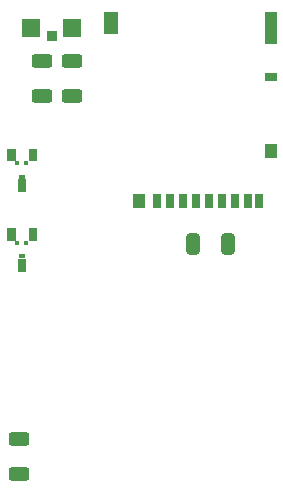
<source format=gtp>
%TF.GenerationSoftware,KiCad,Pcbnew,(6.0.1)*%
%TF.CreationDate,2022-02-03T01:47:34-08:00*%
%TF.ProjectId,sd2ps2,73643270-7332-42e6-9b69-6361645f7063,rev?*%
%TF.SameCoordinates,Original*%
%TF.FileFunction,Paste,Top*%
%TF.FilePolarity,Positive*%
%FSLAX46Y46*%
G04 Gerber Fmt 4.6, Leading zero omitted, Abs format (unit mm)*
G04 Created by KiCad (PCBNEW (6.0.1)) date 2022-02-03 01:47:34*
%MOMM*%
%LPD*%
G01*
G04 APERTURE LIST*
G04 Aperture macros list*
%AMRoundRect*
0 Rectangle with rounded corners*
0 $1 Rounding radius*
0 $2 $3 $4 $5 $6 $7 $8 $9 X,Y pos of 4 corners*
0 Add a 4 corners polygon primitive as box body*
4,1,4,$2,$3,$4,$5,$6,$7,$8,$9,$2,$3,0*
0 Add four circle primitives for the rounded corners*
1,1,$1+$1,$2,$3*
1,1,$1+$1,$4,$5*
1,1,$1+$1,$6,$7*
1,1,$1+$1,$8,$9*
0 Add four rect primitives between the rounded corners*
20,1,$1+$1,$2,$3,$4,$5,0*
20,1,$1+$1,$4,$5,$6,$7,0*
20,1,$1+$1,$6,$7,$8,$9,0*
20,1,$1+$1,$8,$9,$2,$3,0*%
G04 Aperture macros list end*
%ADD10C,0.120000*%
%ADD11RoundRect,0.250000X-0.325000X-0.650000X0.325000X-0.650000X0.325000X0.650000X-0.325000X0.650000X0*%
%ADD12R,0.700000X1.200000*%
%ADD13R,1.000000X1.200000*%
%ADD14R,1.000000X0.800000*%
%ADD15R,1.000000X2.800000*%
%ADD16R,1.300000X1.900000*%
%ADD17R,0.900000X0.900000*%
%ADD18R,1.500000X1.500000*%
%ADD19RoundRect,0.250000X0.625000X-0.312500X0.625000X0.312500X-0.625000X0.312500X-0.625000X-0.312500X0*%
%ADD20R,0.400000X0.450000*%
%ADD21R,0.500000X0.450000*%
G04 APERTURE END LIST*
D10*
%TO.C,Q1*%
X172200000Y-91300000D02*
X172200000Y-90300000D01*
X172200000Y-90300000D02*
X172800000Y-90300000D01*
X172800000Y-90300000D02*
X172800000Y-91300000D01*
X172800000Y-91300000D02*
X172200000Y-91300000D01*
G36*
X172800000Y-91300000D02*
G01*
X172200000Y-91300000D01*
X172200000Y-90300000D01*
X172800000Y-90300000D01*
X172800000Y-91300000D01*
G37*
X172800000Y-91300000D02*
X172200000Y-91300000D01*
X172200000Y-90300000D01*
X172800000Y-90300000D01*
X172800000Y-91300000D01*
X173100000Y-88700000D02*
X173100000Y-87700000D01*
X173100000Y-87700000D02*
X173700000Y-87700000D01*
X173700000Y-87700000D02*
X173700000Y-88700000D01*
X173700000Y-88700000D02*
X173100000Y-88700000D01*
G36*
X173700000Y-88700000D02*
G01*
X173100000Y-88700000D01*
X173100000Y-87700000D01*
X173700000Y-87700000D01*
X173700000Y-88700000D01*
G37*
X173700000Y-88700000D02*
X173100000Y-88700000D01*
X173100000Y-87700000D01*
X173700000Y-87700000D01*
X173700000Y-88700000D01*
X171300000Y-88700000D02*
X171300000Y-87700000D01*
X171300000Y-87700000D02*
X171900000Y-87700000D01*
X171900000Y-87700000D02*
X171900000Y-88700000D01*
X171900000Y-88700000D02*
X171300000Y-88700000D01*
G36*
X171900000Y-88700000D02*
G01*
X171300000Y-88700000D01*
X171300000Y-87700000D01*
X171900000Y-87700000D01*
X171900000Y-88700000D01*
G37*
X171900000Y-88700000D02*
X171300000Y-88700000D01*
X171300000Y-87700000D01*
X171900000Y-87700000D01*
X171900000Y-88700000D01*
%TO.C,Q2*%
X173100000Y-95450000D02*
X173100000Y-94450000D01*
X173100000Y-94450000D02*
X173700000Y-94450000D01*
X173700000Y-94450000D02*
X173700000Y-95450000D01*
X173700000Y-95450000D02*
X173100000Y-95450000D01*
G36*
X173700000Y-95450000D02*
G01*
X173100000Y-95450000D01*
X173100000Y-94450000D01*
X173700000Y-94450000D01*
X173700000Y-95450000D01*
G37*
X173700000Y-95450000D02*
X173100000Y-95450000D01*
X173100000Y-94450000D01*
X173700000Y-94450000D01*
X173700000Y-95450000D01*
X171300000Y-95450000D02*
X171300000Y-94450000D01*
X171300000Y-94450000D02*
X171900000Y-94450000D01*
X171900000Y-94450000D02*
X171900000Y-95450000D01*
X171900000Y-95450000D02*
X171300000Y-95450000D01*
G36*
X171900000Y-95450000D02*
G01*
X171300000Y-95450000D01*
X171300000Y-94450000D01*
X171900000Y-94450000D01*
X171900000Y-95450000D01*
G37*
X171900000Y-95450000D02*
X171300000Y-95450000D01*
X171300000Y-94450000D01*
X171900000Y-94450000D01*
X171900000Y-95450000D01*
X172200000Y-98050000D02*
X172200000Y-97050000D01*
X172200000Y-97050000D02*
X172800000Y-97050000D01*
X172800000Y-97050000D02*
X172800000Y-98050000D01*
X172800000Y-98050000D02*
X172200000Y-98050000D01*
G36*
X172800000Y-98050000D02*
G01*
X172200000Y-98050000D01*
X172200000Y-97050000D01*
X172800000Y-97050000D01*
X172800000Y-98050000D01*
G37*
X172800000Y-98050000D02*
X172200000Y-98050000D01*
X172200000Y-97050000D01*
X172800000Y-97050000D01*
X172800000Y-98050000D01*
%TD*%
D11*
%TO.C,C1*%
X187025000Y-95750000D03*
X189975000Y-95750000D03*
%TD*%
D12*
%TO.C,J2*%
X183975000Y-92162000D03*
X185075000Y-92162000D03*
X186175000Y-92162000D03*
X187275000Y-92162000D03*
X188375000Y-92162000D03*
X189475000Y-92162000D03*
X190575000Y-92162000D03*
X191675000Y-92162000D03*
D13*
X182425000Y-92162000D03*
D12*
X192625000Y-92162000D03*
D13*
X193575000Y-87862000D03*
D14*
X193575000Y-81663000D03*
D15*
X193575000Y-77513000D03*
D16*
X180075000Y-77062000D03*
%TD*%
D17*
%TO.C,LED1*%
X175050000Y-78150000D03*
D18*
X176800000Y-77500000D03*
X173300000Y-77500000D03*
%TD*%
D19*
%TO.C,R1*%
X172250000Y-115212500D03*
X172250000Y-112287500D03*
%TD*%
%TO.C,R2*%
X174250000Y-83212500D03*
X174250000Y-80287500D03*
%TD*%
%TO.C,R3*%
X176750000Y-83212500D03*
X176750000Y-80287500D03*
%TD*%
D20*
%TO.C,Q1*%
X172900000Y-88925000D03*
X172100000Y-88925000D03*
D21*
X172500000Y-90075000D03*
%TD*%
D20*
%TO.C,Q2*%
X172900000Y-95675000D03*
X172100000Y-95675000D03*
D21*
X172500000Y-96825000D03*
%TD*%
M02*

</source>
